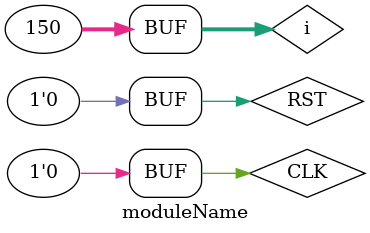
<source format=v>
module moduleName ();

reg CLK;
wire [31:0] OUT;
reg RST;
integer i;
SingleCpu SingleCpu1 (.CLK(CLK), .RST(RST), .OUT(OUT));

initial begin
    RST = 1;
    CLK = 0;
    #50;
    CLK = 1;
    #50
    RST = 0;
    CLK = 0;
    #50
    for(i=0; i<150; i=i+1) begin
        CLK = 1;
        #50
        CLK = 0;
        #50;
    end


end


// always begin
//     #6 CLK=0;
//     #4 CLK=1;
// end

    
endmodule
</source>
